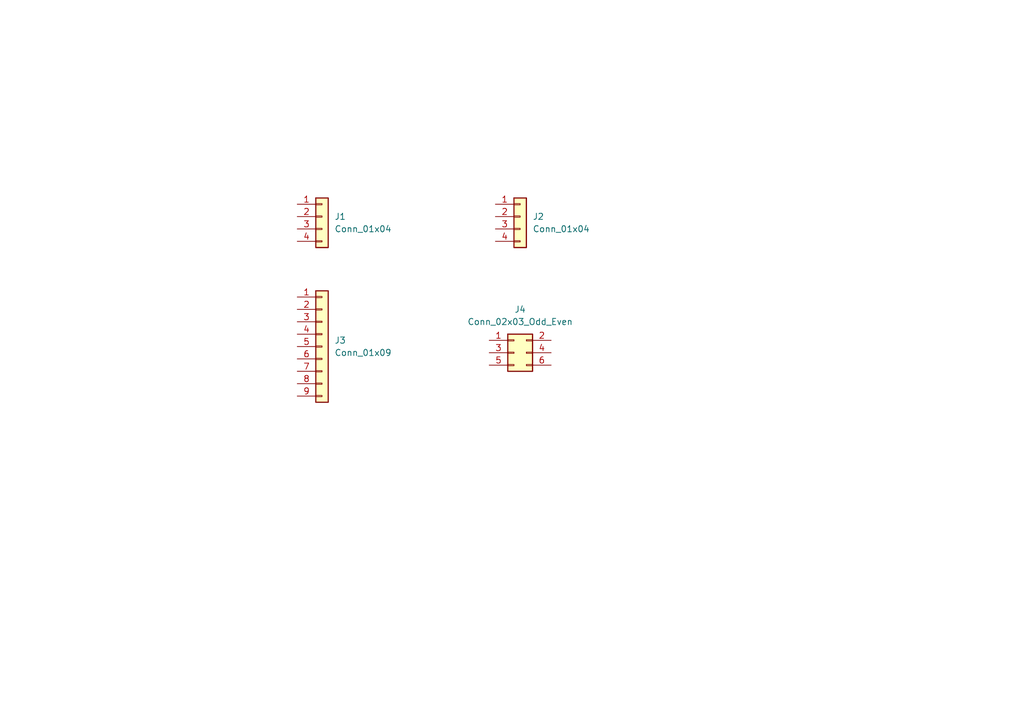
<source format=kicad_sch>
(kicad_sch (version 20231120) (generator "eeschema") (generator_version "8.0")
  (paper "A5")
  (lib_symbols
    (symbol "Connector_Generic:Conn_01x04" (pin_names (offset 1.016) hide)
      (property "Reference" "J" (at 0 5.08 0))
      (property "Value" "Conn_01x04" (at 0 -7.62 0))
      (symbol "Conn_01x04_1_1"
        (rectangle (start -1.27 -4.953) (end 0 -5.207) (stroke (width 0.1524)))
        (rectangle (start -1.27 -2.413) (end 0 -2.667) (stroke (width 0.1524)))
        (rectangle (start -1.27 0.127) (end 0 -0.127) (stroke (width 0.1524)))
        (rectangle (start -1.27 2.667) (end 0 2.413) (stroke (width 0.1524)))
        (rectangle (start -1.27 3.81) (end 1.27 -6.35) (stroke (width 0.254)) (fill (type background)))
        (pin passive line (at -5.08 2.54 0) (length 3.81) (name "Pin_1") (number "1"))
        (pin passive line (at -5.08 0 0) (length 3.81) (name "Pin_2") (number "2"))
        (pin passive line (at -5.08 -2.54 0) (length 3.81) (name "Pin_3") (number "3"))
        (pin passive line (at -5.08 -5.08 0) (length 3.81) (name "Pin_4") (number "4"))
      )
    )
    (symbol "Connector_Generic:Conn_01x09" (pin_names (offset 1.016) hide)
      (property "Reference" "J" (at 0 12.7 0))
      (property "Value" "Conn_01x09" (at 0 -12.7 0))
      (symbol "Conn_01x09_1_1"
        (rectangle (start -1.27 -10.033) (end 0 -10.287) (stroke (width 0.1524)))
        (rectangle (start -1.27 -7.493) (end 0 -7.747) (stroke (width 0.1524)))
        (rectangle (start -1.27 -4.953) (end 0 -5.207) (stroke (width 0.1524)))
        (rectangle (start -1.27 -2.413) (end 0 -2.667) (stroke (width 0.1524)))
        (rectangle (start -1.27 0.127) (end 0 -0.127) (stroke (width 0.1524)))
        (rectangle (start -1.27 2.667) (end 0 2.413) (stroke (width 0.1524)))
        (rectangle (start -1.27 5.207) (end 0 4.953) (stroke (width 0.1524)))
        (rectangle (start -1.27 7.747) (end 0 7.493) (stroke (width 0.1524)))
        (rectangle (start -1.27 10.287) (end 0 10.033) (stroke (width 0.1524)))
        (rectangle (start -1.27 11.43) (end 1.27 -11.43) (stroke (width 0.254)) (fill (type background)))
        (pin passive line (at -5.08 10.16 0) (length 3.81) (name "Pin_1") (number "1"))
        (pin passive line (at -5.08 7.62 0) (length 3.81) (name "Pin_2") (number "2"))
        (pin passive line (at -5.08 5.08 0) (length 3.81) (name "Pin_3") (number "3"))
        (pin passive line (at -5.08 2.54 0) (length 3.81) (name "Pin_4") (number "4"))
        (pin passive line (at -5.08 0 0) (length 3.81) (name "Pin_5") (number "5"))
        (pin passive line (at -5.08 -2.54 0) (length 3.81) (name "Pin_6") (number "6"))
        (pin passive line (at -5.08 -5.08 0) (length 3.81) (name "Pin_7") (number "7"))
        (pin passive line (at -5.08 -7.62 0) (length 3.81) (name "Pin_8") (number "8"))
        (pin passive line (at -5.08 -10.16 0) (length 3.81) (name "Pin_9") (number "9"))
      )
    )
    (symbol "Connector_Generic:Conn_02x03_Odd_Even" (pin_names (offset 1.016) hide)
      (property "Reference" "J" (at 1.27 5.08 0))
      (property "Value" "Conn_02x03_Odd_Even" (at 1.27 -5.08 0))
      (symbol "Conn_02x03_Odd_Even_1_1"
        (rectangle (start -1.27 -2.413) (end 0 -2.667) (stroke (width 0.1524)))
        (rectangle (start -1.27 0.127) (end 0 -0.127) (stroke (width 0.1524)))
        (rectangle (start -1.27 2.667) (end 0 2.413) (stroke (width 0.1524)))
        (rectangle (start -1.27 3.81) (end 3.81 -3.81) (stroke (width 0.254)) (fill (type background)))
        (rectangle (start 3.81 -2.413) (end 2.54 -2.667) (stroke (width 0.1524)))
        (rectangle (start 3.81 0.127) (end 2.54 -0.127) (stroke (width 0.1524)))
        (rectangle (start 3.81 2.667) (end 2.54 2.413) (stroke (width 0.1524)))
        (pin passive line (at -5.08 2.54 0) (length 3.81) (name "Pin_1") (number "1"))
        (pin passive line (at 7.62 2.54 180) (length 3.81) (name "Pin_2") (number "2"))
        (pin passive line (at -5.08 0 0) (length 3.81) (name "Pin_3") (number "3"))
        (pin passive line (at 7.62 0 180) (length 3.81) (name "Pin_4") (number "4"))
        (pin passive line (at -5.08 -2.54 0) (length 3.81) (name "Pin_5") (number "5"))
        (pin passive line (at 7.62 -2.54 180) (length 3.81) (name "Pin_6") (number "6"))
      )
    )
  )
  (symbol (lib_id "Connector_Generic:Conn_01x09") (at 66.04 71.12 0) (unit 1)
    (property "Reference" "J3" (at 68.58 69.8499 0) (effects (justify left)))
    (property "Value" "Conn_01x09" (at 68.58 72.3899 0) (effects (justify left)))
    (property "Description" "Generic connector, single row, 01x09, script generated (kicad-library-utils/schlib/autogen/connector/)" (effects (hide yes)))
  )
  (symbol (lib_id "Connector_Generic:Conn_02x03_Odd_Even") (at 105.41 72.39 0) (unit 1)
    (property "Reference" "J4" (at 106.68 63.5 0))
    (property "Value" "Conn_02x03_Odd_Even" (at 106.68 66.04 0))
    (property "Description" "Generic connector, double row, 02x03, odd/even pin numbering scheme (row 1 odd numbers, row 2 even numbers), script generated (kicad-library-utils/schlib/autogen/connector/)" (effects (hide yes)))
  )
  (symbol (lib_id "Connector_Generic:Conn_01x04") (at 106.68 44.45 0) (unit 1)
    (property "Reference" "J2" (at 109.22 44.4499 0) (effects (justify left)))
    (property "Value" "Conn_01x04" (at 109.22 46.9899 0) (effects (justify left)))
    (property "Description" "Generic connector, single row, 01x04, script generated (kicad-library-utils/schlib/autogen/connector/)" (effects (hide yes)))
  )
  (symbol (lib_id "Connector_Generic:Conn_01x04") (at 66.04 44.45 0) (unit 1)
    (property "Reference" "J1" (at 68.58 44.4499 0) (effects (justify left)))
    (property "Value" "Conn_01x04" (at 68.58 46.9899 0) (effects (justify left)))
    (property "Description" "Generic connector, single row, 01x04, script generated (kicad-library-utils/schlib/autogen/connector/)" (effects (hide yes)))
  )
)
</source>
